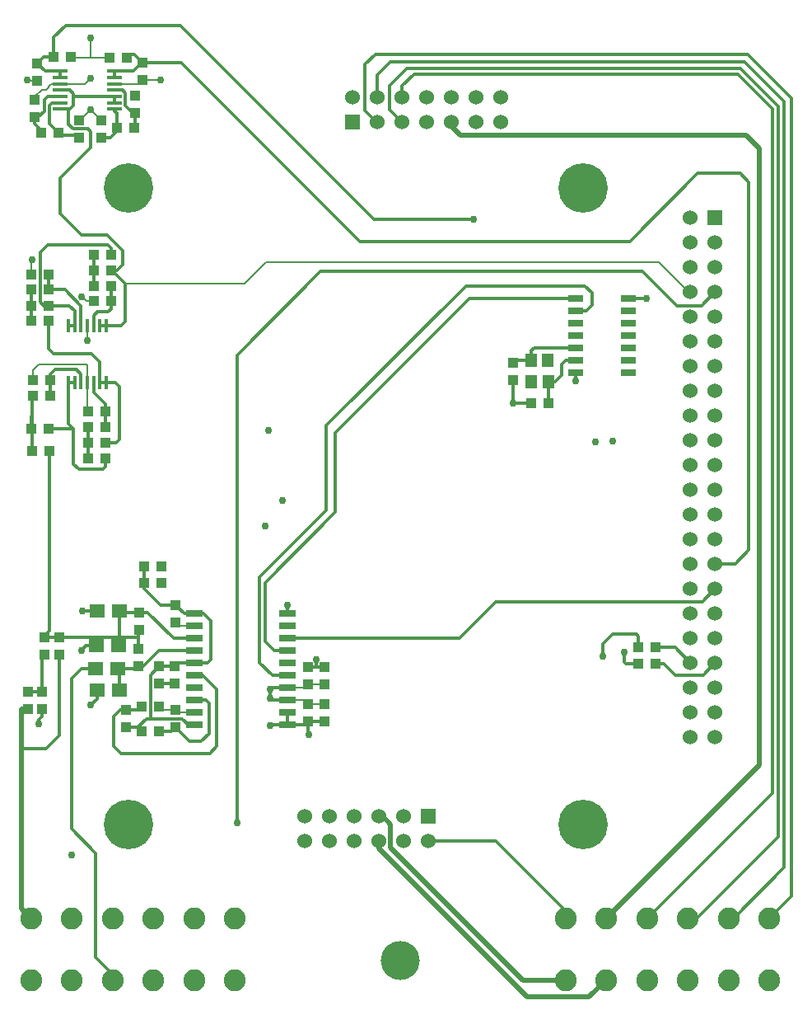
<source format=gbr>
G04 GENERATED BY PULSONIX 12.5 GERBER.DLL 9362*
G04 #@! TF.GenerationSoftware,Pulsonix,Pulsonix,12.5.9360*
G04 #@! TF.CreationDate,2023-08-16T02:30:57+04:00*
G04 #@! TF.Part,Single*
%INCOMPARATOR INTERFACE V2*%
%LNTOP COPPER*%
%FSLAX35Y35*%
%LPD*%
%MOIN*%
G04 #@! TF.FileFunction,Copper,L1,Top*
G04 #@! TF.FilePolarity,Positive*
G04 #@! TA.AperFunction,ViaPad*
%ADD18C,0.03000*%
G04 #@! TA.AperFunction,Conductor*
%ADD19C,0.00800*%
G04 #@! TA.AperFunction,ComponentPad*
%ADD71R,0.06000X0.06000*%
%ADD20C,0.06000*%
G04 #@! TA.AperFunction,Conductor*
%ADD139C,0.01200*%
%ADD140C,0.02000*%
G04 #@! TA.AperFunction,WasherPad*
%ADD141C,0.20000*%
%ADD142C,0.15748*%
G04 #@! TA.AperFunction,SMDPad,CuDef*
%ADD143R,0.03940X0.04330*%
%ADD144R,0.04330X0.03940*%
G04 #@! TA.AperFunction,ComponentPad*
%ADD145C,0.08858*%
G04 #@! TA.AperFunction,SMDPad,CuDef*
%ADD146R,0.06693X0.02559*%
%ADD147R,0.06299X0.01181*%
%ADD148R,0.05906X0.02559*%
%ADD149R,0.04724X0.05512*%
%ADD150R,0.01772X0.05807*%
%ADD151R,0.06000X0.05500*%
G04 #@! TD.AperFunction*
X0Y0D02*
D02*
D18*
X14854Y1426800D03*
X16654Y1354100D03*
X19254Y1166700D03*
X32854Y1113500D03*
X36654Y1196300D03*
X36854Y1339300D03*
X37054Y1212300D03*
X39054Y1321500D03*
X40254Y1427500D03*
Y1443900D03*
X40454Y1174100D03*
Y1414900D03*
X49358Y1065096D03*
X68854Y1426800D03*
X99654Y1126500D03*
X111054Y1246600D03*
X112431Y1285400D03*
X113054Y1165900D03*
Y1176900D03*
Y1180500D03*
X118054Y1256800D03*
X120054Y1214700D03*
X128654Y1162300D03*
X131654Y1192700D03*
X195254Y1370700D03*
X211454Y1296300D03*
X236854Y1305100D03*
X244654Y1280500D03*
X247654Y1193900D03*
X251654Y1280900D03*
X256454Y1195500D03*
X265454Y1338700D03*
D02*
D19*
X16554Y1348300D02*
Y1354000D01*
X16654Y1354100D01*
X16954Y1305500D02*
Y1309500D01*
X19354Y1311900D01*
X39054D01*
Y1304533D01*
X17854Y1418800D02*
Y1420100D01*
X20654Y1422900D01*
X22454D01*
X23454Y1423900D01*
Y1424382D01*
X24454Y1425382D01*
X28054D01*
X18854Y1426600D02*
X15054D01*
X14854Y1426800D01*
X28054Y1425382D02*
X38136D01*
X40254Y1427500D01*
X35854Y1410600D02*
X36154D01*
X40454Y1414900D01*
X39054Y1304533D02*
Y1293200D01*
X39354Y1292900D01*
X39054Y1327667D02*
Y1321500D01*
X40254Y1435900D02*
X48154D01*
X40254D02*
X32554D01*
Y1436300D01*
X40254Y1435900D02*
Y1443900D01*
X40454Y1414900D02*
X44654Y1410700D01*
Y1410600D01*
X41754Y1337500D02*
X38654D01*
X36854Y1339300D01*
X50102Y1425382D02*
X59836D01*
X61254Y1426800D01*
X68854D01*
X74654Y1172200D02*
X75654Y1171200D01*
X82455D01*
X74654Y1172200D02*
X69654D01*
X68154Y1173700D01*
X82455Y1206200D02*
X76354D01*
X74854Y1207700D01*
X128254Y1174700D02*
X135054D01*
X128254D02*
X126754Y1176200D01*
X120054D01*
X128254Y1182700D02*
X135054D01*
X128254D02*
X126754Y1181200D01*
X120054D01*
X283212Y1341202D02*
X282552D01*
X270454Y1353300D01*
X111454D01*
X102654Y1344500D01*
X54454D01*
D02*
D71*
X146412Y1410002D03*
X177012Y1129202D03*
X293212Y1371202D03*
D02*
D20*
X127012Y1119202D03*
Y1129202D03*
X137012Y1119202D03*
Y1129202D03*
X146412Y1420002D03*
X147012Y1119202D03*
Y1129202D03*
X156412Y1410002D03*
Y1420002D03*
X157012Y1119202D03*
Y1129202D03*
X166412Y1410002D03*
Y1420002D03*
X167012Y1119202D03*
Y1129202D03*
X176412Y1410002D03*
Y1420002D03*
X177012Y1119202D03*
X186412Y1410002D03*
Y1420002D03*
X196412Y1410002D03*
Y1420002D03*
X206412Y1410002D03*
Y1420002D03*
X283212Y1161202D03*
Y1171202D03*
Y1181202D03*
Y1191202D03*
Y1201202D03*
Y1211202D03*
Y1221202D03*
Y1231202D03*
Y1241202D03*
Y1251202D03*
Y1261202D03*
Y1271202D03*
Y1281202D03*
Y1291202D03*
Y1301202D03*
Y1311202D03*
Y1321202D03*
Y1331202D03*
Y1341202D03*
Y1351202D03*
Y1361202D03*
Y1371202D03*
X293212Y1161202D03*
Y1171202D03*
Y1181202D03*
Y1191202D03*
Y1201202D03*
Y1211202D03*
Y1221202D03*
Y1231202D03*
Y1241202D03*
Y1251202D03*
Y1261202D03*
Y1271202D03*
Y1281202D03*
Y1291202D03*
Y1301202D03*
Y1311202D03*
Y1321202D03*
Y1331202D03*
Y1341202D03*
Y1351202D03*
Y1361202D03*
D02*
D139*
X12554Y1156500D02*
X22454D01*
X27854Y1161900D01*
Y1194500D01*
X16554Y1335700D02*
Y1342100D01*
Y1335700D02*
Y1329500D01*
X16754Y1290900D02*
Y1276900D01*
Y1290900D02*
X16554D01*
Y1285900D01*
X16754Y1290900D02*
Y1297500D01*
X16954D01*
Y1299100D01*
X17854Y1411800D02*
X19154D01*
X21654Y1414300D01*
Y1418864D01*
X23054Y1420264D01*
X28054D01*
X17854Y1411800D02*
Y1409200D01*
X20354Y1406700D01*
Y1405700D01*
X18854Y1433600D02*
X21554Y1436300D01*
X25554D01*
X20854Y1172600D02*
Y1169700D01*
X19254Y1168100D01*
Y1166700D01*
X20854Y1179600D02*
Y1193700D01*
X21654Y1194500D01*
X20854Y1179600D02*
X15054D01*
X21654Y1201500D02*
Y1201700D01*
X22454D01*
X21654Y1201500D02*
X27854D01*
X22454Y1201700D02*
Y1202800D01*
X23754Y1204100D01*
Y1276900D01*
X23554Y1335700D02*
X21454D01*
X20054Y1337100D01*
Y1357300D01*
X23054Y1360300D01*
X47454D01*
X48754Y1359000D01*
Y1356100D01*
X23554Y1335700D02*
X31654D01*
X33936Y1333418D01*
Y1327667D01*
X23554Y1342100D02*
X29895D01*
X36495Y1335500D01*
Y1327667D01*
X23554Y1342100D02*
Y1348300D01*
X23954Y1305500D02*
Y1307800D01*
X26054Y1309900D01*
X34654D01*
X36495Y1308059D01*
Y1304533D01*
X23954Y1305500D02*
Y1299100D01*
X25554Y1436300D02*
Y1444200D01*
X30254Y1448900D01*
X76854D01*
X155054Y1370700D01*
X195254D01*
X27354Y1405700D02*
X23654Y1409400D01*
Y1416505D01*
X24854Y1417705D01*
X28054D01*
X27354Y1405700D02*
Y1404500D01*
X35854D01*
Y1403600D01*
X28054Y1430500D02*
Y1427941D01*
Y1430500D02*
X21954D01*
X18854Y1433600D01*
X31377Y1304533D02*
X33936D01*
X31454Y1415146D02*
X31900D01*
X33454Y1416700D01*
Y1420264D01*
X31454Y1415146D02*
X28054D01*
X33454Y1285900D02*
X23554D01*
X33454D02*
Y1271700D01*
X35654Y1269500D01*
X45254D01*
X46354Y1270600D01*
Y1273900D01*
X33454Y1285900D02*
X31377Y1287977D01*
Y1304533D01*
X33454Y1420264D02*
X50102D01*
X33454D02*
Y1421300D01*
X31931Y1422823D01*
X28054D01*
X33936Y1327667D02*
X31377D01*
X39354Y1280300D02*
Y1286500D01*
Y1280300D02*
Y1273900D01*
X41754Y1349900D02*
Y1356100D01*
Y1349900D02*
Y1343700D01*
X42754Y1198100D02*
X38454D01*
X36654Y1196300D01*
X42954Y1180300D02*
Y1176600D01*
X40454Y1174100D01*
X42954Y1212300D02*
X37054D01*
X44172Y1304533D02*
Y1312982D01*
X40854Y1316300D01*
X25554D01*
X23554Y1318300D01*
Y1329500D01*
X46354Y1292900D02*
Y1295800D01*
X41613Y1300541D01*
Y1304533D01*
X46354Y1292900D02*
Y1286500D01*
X46731Y1304533D02*
X44172D01*
X46731D02*
X50421D01*
X52054Y1302900D01*
Y1281500D01*
X50854Y1280300D01*
X46354D01*
X46731Y1327667D02*
X52821D01*
X54454Y1329300D01*
Y1344500D01*
X46731Y1327667D02*
X44172D01*
X48754Y1337500D02*
Y1334300D01*
X47554Y1333100D01*
X43054D01*
X41613Y1331659D01*
Y1327667D01*
X48754Y1337500D02*
Y1343700D01*
X49054Y1349900D02*
X48754D01*
X49054D02*
X51054D01*
X53254Y1352100D01*
Y1357900D01*
X47054Y1364100D01*
X36854D01*
X28054Y1372900D01*
Y1387100D01*
X40454Y1399500D01*
Y1405900D01*
X39254Y1407100D01*
X33254D01*
X31454Y1408900D01*
Y1415146D01*
X49358Y1065096D02*
X42354Y1072100D01*
Y1114400D01*
X32654Y1124100D01*
Y1184900D01*
X36654Y1188900D01*
X42354D01*
X50102Y1420264D02*
Y1417705D01*
Y1430500D02*
Y1427941D01*
X50954Y1407500D02*
Y1413546D01*
X50102Y1414398D01*
Y1415146D01*
X50954Y1407500D02*
Y1406300D01*
X48254Y1403600D01*
X44654D01*
X51354Y1188900D02*
X58854D01*
X59854Y1189900D01*
X51954Y1180300D02*
Y1188300D01*
X51354Y1188900D01*
X51954Y1212300D02*
Y1198300D01*
X51754Y1198100D01*
X51954Y1212300D02*
X52554Y1211700D01*
X60054D01*
X54454Y1344500D02*
X49054Y1349900D01*
X54854Y1165200D02*
X59454D01*
X54854Y1172200D02*
X59654D01*
X61154Y1173700D01*
X54854Y1172200D02*
X52254D01*
X49654Y1169600D01*
Y1157700D01*
X52654Y1154700D01*
X88654D01*
X91454Y1157500D01*
Y1180500D01*
X85754Y1186200D01*
X82455D01*
X58254Y1413600D02*
X57354D01*
X54454Y1416500D01*
Y1421700D01*
X53331Y1422823D01*
X50102D01*
X58254Y1413600D02*
Y1408700D01*
X57954D01*
Y1407500D01*
X59454Y1165200D02*
X62954Y1168700D01*
X64654D01*
X59454Y1165200D02*
X60954Y1163700D01*
X59854Y1189900D02*
X61754D01*
X68054Y1196200D01*
X82455D01*
X59854Y1201700D02*
Y1203300D01*
X60054D01*
Y1204700D01*
X59854Y1201700D02*
X22454D01*
X59854D02*
Y1196900D01*
X60054Y1211700D02*
X63554D01*
X74054Y1201200D01*
X82455D01*
X61254Y1433800D02*
X77154D01*
X149254Y1361700D01*
X258654D01*
X286054Y1389100D01*
X303454D01*
X306854Y1385700D01*
Y1236802D01*
X301254Y1231202D01*
X293212D01*
X61254Y1433800D02*
X57954Y1437100D01*
X55154D01*
Y1435900D01*
X61254Y1433800D02*
X61054D01*
X57754Y1430500D01*
X50102D01*
X64654Y1168700D02*
X77454D01*
X79954Y1166200D01*
X82455D01*
X67954Y1163700D02*
X73154D01*
X74654Y1165200D01*
X68054Y1182800D02*
X74454D01*
X68054Y1189800D02*
X64654Y1186400D01*
Y1168700D01*
X68054Y1189800D02*
X74454D01*
X74854Y1214700D02*
X68854D01*
X62154Y1221400D01*
Y1230100D01*
X82455Y1176200D02*
X86954D01*
X88254Y1174900D01*
Y1162700D01*
X85054Y1159500D01*
X80354D01*
X74654Y1165200D01*
X82455Y1191200D02*
X75854D01*
X74454Y1189800D01*
X82455Y1211200D02*
X86154D01*
X89054Y1208300D01*
Y1192600D01*
X87654Y1191200D01*
X82455D01*
Y1211200D02*
X78354D01*
X74854Y1214700D01*
X113054Y1176900D02*
X113754Y1176200D01*
X120054D01*
X113054Y1176900D02*
Y1180500D01*
X113754Y1181200D01*
X120054D01*
Y1166200D02*
X113354D01*
X113054Y1165900D01*
X120054Y1166200D02*
Y1171200D01*
Y1201200D02*
X189754D01*
X204454Y1215900D01*
X287910D01*
X293212Y1221202D01*
X120054Y1211200D02*
Y1214699D01*
X120054Y1214700D01*
X128254Y1167700D02*
Y1162700D01*
X128654Y1162300D01*
X128254Y1167700D02*
X126754Y1166200D01*
X120054D01*
X128254Y1167700D02*
X135054D01*
X131654Y1189700D02*
Y1192700D01*
Y1189700D02*
X128254D01*
X135054D02*
X131654D01*
X156412Y1410002D02*
X156152D01*
X151454Y1414700D01*
Y1433100D01*
X155654Y1437300D01*
X306454D01*
X324054Y1419700D01*
Y1096958D01*
X315142Y1088046D01*
X156412Y1420002D02*
Y1429002D01*
X161710Y1434300D01*
X305054D01*
X321054Y1418300D01*
Y1108500D01*
X300600Y1088046D01*
X298646D01*
X166412Y1420002D02*
Y1424458D01*
X171254Y1429300D01*
X302254D01*
X316254Y1415300D01*
Y1138646D01*
X265654Y1088046D01*
X177012Y1119202D02*
X204254D01*
X232662Y1090794D01*
Y1088046D01*
X211454Y1296300D02*
X211254Y1296500D01*
Y1305600D01*
X218754Y1296300D02*
X211454D01*
X218855Y1313500D02*
X212154D01*
X211254Y1312600D01*
X225747Y1304839D02*
Y1296307D01*
X225754Y1296300D01*
X236824Y1308700D02*
Y1305130D01*
X236854Y1305100D01*
X236824Y1313700D02*
X232854D01*
X231054Y1311900D01*
Y1307500D01*
X228393Y1304839D01*
X225747D01*
X236824Y1318700D02*
X220055D01*
X218855Y1317500D01*
Y1313500D01*
X236824Y1333700D02*
X241054D01*
X243254Y1335900D01*
Y1340900D01*
X240454Y1343700D01*
X192454D01*
X135854Y1287100D01*
Y1252900D01*
X108854Y1225900D01*
Y1191400D01*
X114054Y1186200D01*
X120054D01*
X236824Y1338700D02*
X193854D01*
X139454Y1284300D01*
Y1252100D01*
X111054Y1223700D01*
Y1199800D01*
X114654Y1196200D01*
X120054D01*
X258084Y1338700D02*
X265454D01*
X261954Y1190900D02*
X257054D01*
X256454Y1191500D01*
Y1195500D01*
X262154Y1197500D02*
Y1202000D01*
X261254Y1202900D01*
X251654D01*
X247654Y1198900D01*
Y1193900D01*
X268954Y1190900D02*
X272454D01*
X277054Y1186300D01*
X288254D01*
X293156Y1191202D01*
X293212D01*
X269154Y1197500D02*
X276914D01*
X283212Y1191202D01*
X282150Y1088046D02*
X285800D01*
X318654Y1120900D01*
Y1416100D01*
X303254Y1431500D01*
X168254D01*
X161454Y1424700D01*
Y1414960D01*
X166412Y1410002D01*
X293212Y1341202D02*
X287710Y1335700D01*
X277654D01*
X263854Y1349500D01*
X133552D01*
X99654Y1315602D01*
Y1126500D01*
D02*
D140*
X12554Y1156500D02*
Y1091857D01*
X16366Y1088046D01*
X12554Y1156500D02*
Y1172600D01*
X15054D01*
X157012Y1119202D02*
Y1116300D01*
X217212Y1056100D01*
X242213D01*
X249158Y1063046D01*
X157012Y1129202D02*
X158654D01*
X161854Y1126002D01*
Y1116700D01*
X215509Y1063046D01*
X232662D01*
X186412Y1410002D02*
Y1408142D01*
X190054Y1404500D01*
X305654D01*
X311054Y1399100D01*
Y1149942D01*
X249158Y1088046D01*
D02*
D141*
X55612Y1125778D03*
Y1383278D03*
X239612Y1125778D03*
Y1383278D03*
D02*
D142*
X165654Y1070762D03*
D02*
D143*
X16554Y1285900D03*
Y1329500D03*
Y1335700D03*
Y1342100D03*
Y1348300D03*
X16754Y1276900D03*
X16954Y1299100D03*
Y1305500D03*
X20354Y1405700D03*
X23554Y1285900D03*
Y1329500D03*
Y1335700D03*
Y1342100D03*
Y1348300D03*
X23754Y1276900D03*
X23954Y1299100D03*
Y1305500D03*
X25554Y1436300D03*
X27354Y1405700D03*
X32554Y1436300D03*
X39354Y1273900D03*
Y1280300D03*
Y1286500D03*
Y1292900D03*
X41754Y1337500D03*
Y1343700D03*
Y1349900D03*
Y1356100D03*
X46354Y1273900D03*
Y1280300D03*
Y1286500D03*
Y1292900D03*
X48154Y1435900D03*
X48754Y1337500D03*
Y1343700D03*
Y1349900D03*
Y1356100D03*
X50954Y1407500D03*
X55154Y1435900D03*
X57954Y1407500D03*
X60954Y1163700D03*
X61154Y1173700D03*
X61954Y1223500D03*
X62154Y1230100D03*
X67954Y1163700D03*
X68154Y1173700D03*
X68954Y1223500D03*
X69154Y1230100D03*
X218754Y1296300D03*
X225754D03*
X261954Y1190900D03*
X262154Y1197500D03*
X268954Y1190900D03*
X269154Y1197500D03*
D02*
D144*
X15054Y1172600D03*
Y1179600D03*
X17854Y1411800D03*
Y1418800D03*
X18854Y1426600D03*
Y1433600D03*
X20854Y1172600D03*
Y1179600D03*
X21654Y1194500D03*
Y1201500D03*
X27854Y1194500D03*
Y1201500D03*
X35854Y1403600D03*
Y1410600D03*
X44654Y1403600D03*
Y1410600D03*
X54854Y1165200D03*
Y1172200D03*
X58254Y1413600D03*
Y1420600D03*
X59854Y1189900D03*
Y1196900D03*
X60054Y1204700D03*
Y1211700D03*
X61254Y1426800D03*
Y1433800D03*
X68054Y1182800D03*
Y1189800D03*
X74454Y1182800D03*
Y1189800D03*
X74654Y1165200D03*
Y1172200D03*
X74854Y1207700D03*
Y1214700D03*
X128254Y1167700D03*
Y1174700D03*
Y1182700D03*
Y1189700D03*
X135054Y1167700D03*
Y1174700D03*
Y1182700D03*
Y1189700D03*
X211254Y1305600D03*
Y1312600D03*
D02*
D145*
X16366Y1063046D03*
Y1088046D03*
X32862Y1063046D03*
Y1088046D03*
X49358Y1063046D03*
Y1088046D03*
X65854Y1063046D03*
Y1088046D03*
X82350Y1063046D03*
Y1088046D03*
X98846Y1063046D03*
Y1088046D03*
X232662Y1063046D03*
Y1088046D03*
X249158Y1063046D03*
Y1088046D03*
X265654Y1063046D03*
Y1088046D03*
X282150Y1063046D03*
Y1088046D03*
X298646Y1063046D03*
Y1088046D03*
X315142Y1063046D03*
Y1088046D03*
D02*
D146*
X82455Y1166200D03*
Y1171200D03*
Y1176200D03*
Y1181200D03*
Y1186200D03*
Y1191200D03*
Y1196200D03*
Y1201200D03*
Y1206200D03*
Y1211200D03*
X120054Y1166200D03*
Y1171200D03*
Y1176200D03*
Y1181200D03*
Y1186200D03*
Y1191200D03*
Y1196200D03*
Y1201200D03*
Y1206200D03*
Y1211200D03*
D02*
D147*
X28054Y1415146D03*
Y1417705D03*
Y1420264D03*
Y1422823D03*
Y1425382D03*
Y1427941D03*
Y1430500D03*
X50102Y1415146D03*
Y1417705D03*
Y1420264D03*
Y1422823D03*
Y1425382D03*
Y1427941D03*
Y1430500D03*
D02*
D148*
X236824Y1308700D03*
Y1313700D03*
Y1318700D03*
Y1323700D03*
Y1328700D03*
Y1333700D03*
Y1338700D03*
X258084Y1308700D03*
Y1313700D03*
Y1318700D03*
Y1323700D03*
Y1328700D03*
Y1333700D03*
Y1338700D03*
D02*
D149*
X218855Y1304839D03*
Y1313500D03*
X225548D03*
X225747Y1304839D03*
D02*
D150*
X31377Y1304533D03*
Y1327667D03*
X33936Y1304533D03*
Y1327667D03*
X36495Y1304533D03*
Y1327667D03*
X39054Y1304533D03*
Y1327667D03*
X41613Y1304533D03*
Y1327667D03*
X44172Y1304533D03*
Y1327667D03*
X46731Y1304533D03*
Y1327667D03*
D02*
D151*
X42354Y1188900D03*
X42754Y1198100D03*
X42954Y1180300D03*
Y1212300D03*
X51354Y1188900D03*
X51754Y1198100D03*
X51954Y1180300D03*
Y1212300D03*
X0Y0D02*
M02*

</source>
